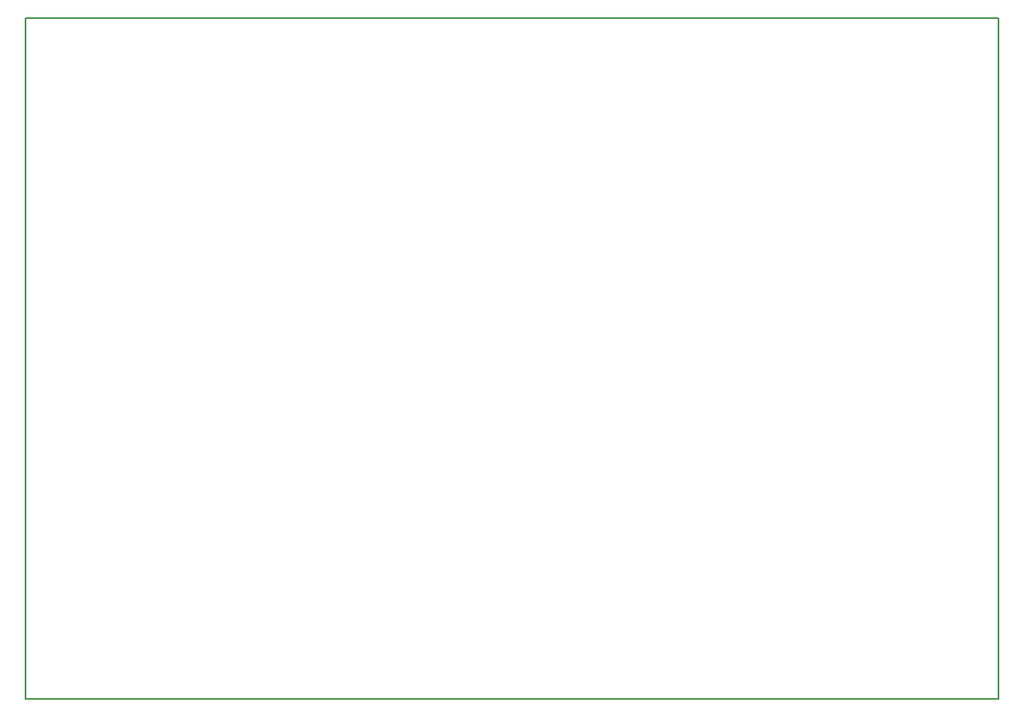
<source format=gko>
G04*
G04 #@! TF.GenerationSoftware,Altium Limited,Altium Designer,18.1.6 (161)*
G04*
G04 Layer_Color=16711935*
%FSTAX24Y24*%
%MOIN*%
G70*
G01*
G75*
%ADD12C,0.0080*%
D12*
X009975Y022415D02*
X049395D01*
X009975D02*
Y050025D01*
X049395Y022415D02*
Y050025D01*
X009975D02*
X049395D01*
M02*

</source>
